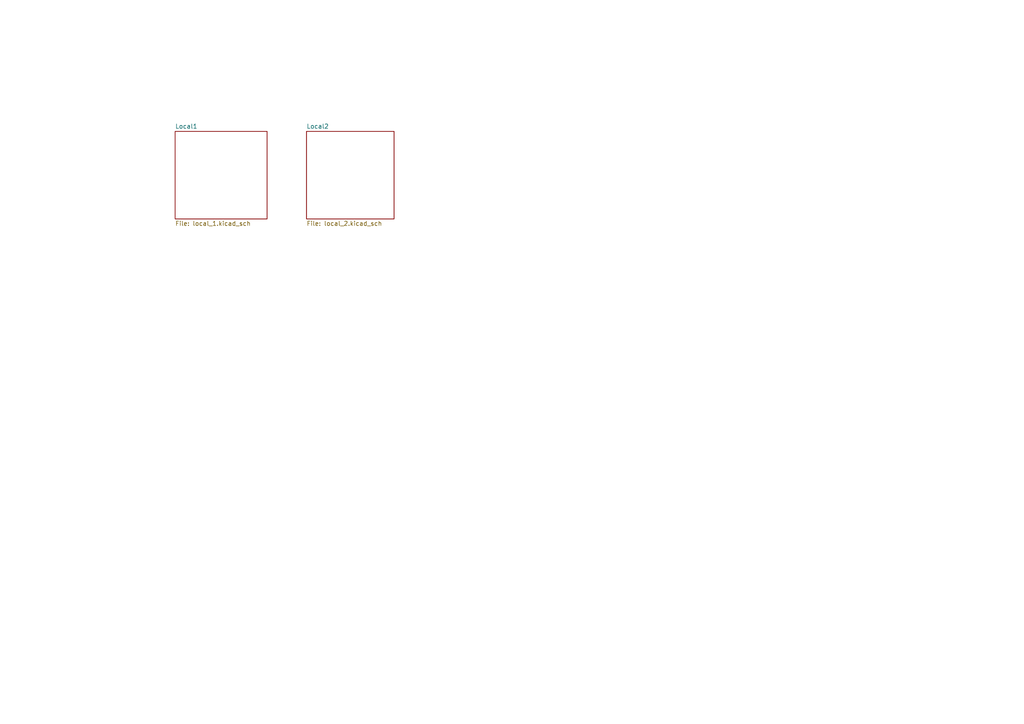
<source format=kicad_sch>
(kicad_sch (version 20230121) (generator eeschema)
  (paper "A4")
  (lib_symbols)
  (sheet (at 50.8 38.1) (size 26.67 25.4) (stroke (width 0.1524))
    (property "Sheetname" "Local1" (at 50.8 37.3884 0) (effects (justify left bottom)))
    (property "Sheetfile" "local_1.kicad_sch" (at 50.8 64.0846 0) (effects (justify left top)))
  )
  (sheet (at 88.9 38.1) (size 25.4 25.4) (stroke (width 0.1524))
    (property "Sheetname" "Local2" (at 88.9 37.3884 0) (effects (justify left bottom)))
    (property "Sheetfile" "local_2.kicad_sch" (at 88.9 64.0846 0) (effects (justify left top)))
  )
)
</source>
